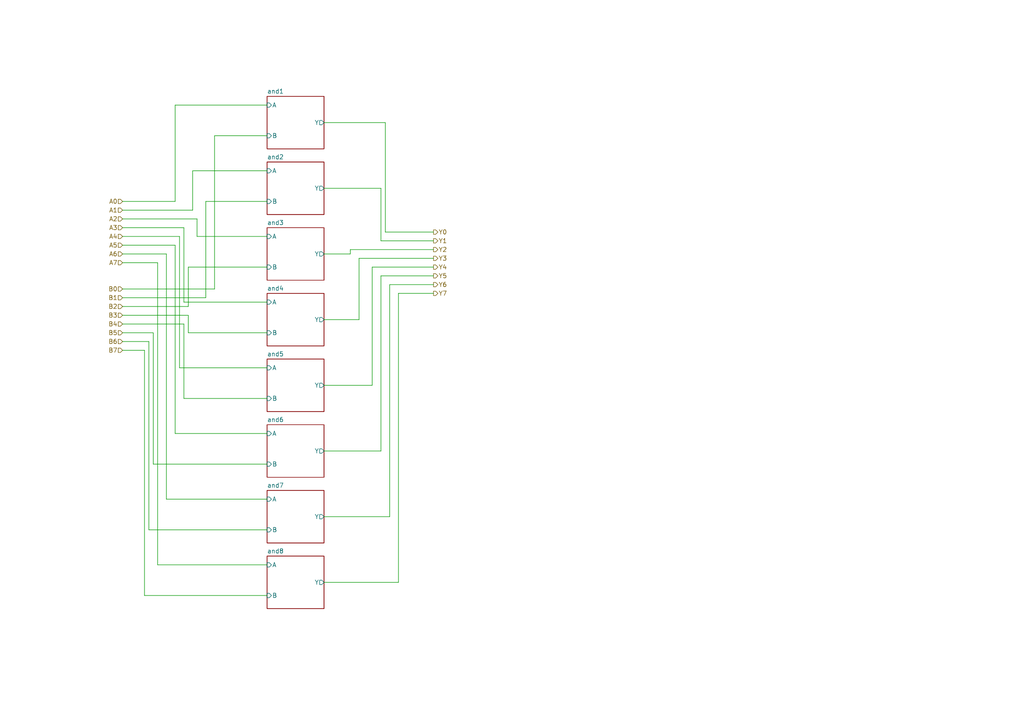
<source format=kicad_sch>
(kicad_sch
	(version 20250114)
	(generator "eeschema")
	(generator_version "9.0")
	(uuid "2ac12284-2aa6-435c-9c53-823b29d5fc40")
	(paper "A4")
	(lib_symbols)
	(wire
		(pts
			(xy 107.95 77.47) (xy 125.73 77.47)
		)
		(stroke
			(width 0)
			(type default)
		)
		(uuid "01645dcf-9294-427b-b325-b910947d2454")
	)
	(wire
		(pts
			(xy 35.56 91.44) (xy 54.61 91.44)
		)
		(stroke
			(width 0)
			(type default)
		)
		(uuid "027ed486-bcc1-4ce2-8755-1221c13336d1")
	)
	(wire
		(pts
			(xy 93.98 168.91) (xy 115.57 168.91)
		)
		(stroke
			(width 0)
			(type default)
		)
		(uuid "034f23d8-c074-4bbb-8b4f-4756e778ba89")
	)
	(wire
		(pts
			(xy 53.34 93.98) (xy 53.34 115.57)
		)
		(stroke
			(width 0)
			(type default)
		)
		(uuid "044619ca-3666-4ddc-8a57-a93332488863")
	)
	(wire
		(pts
			(xy 93.98 92.71) (xy 104.14 92.71)
		)
		(stroke
			(width 0)
			(type default)
		)
		(uuid "065a604d-0013-4226-904b-a328730cd274")
	)
	(wire
		(pts
			(xy 111.76 67.31) (xy 125.73 67.31)
		)
		(stroke
			(width 0)
			(type default)
		)
		(uuid "07bc1005-a46d-42ed-85bf-4b86c941b01a")
	)
	(wire
		(pts
			(xy 44.45 134.62) (xy 77.47 134.62)
		)
		(stroke
			(width 0)
			(type default)
		)
		(uuid "089d68eb-d657-4b15-bb6c-d50dbfdd68bc")
	)
	(wire
		(pts
			(xy 52.07 106.68) (xy 77.47 106.68)
		)
		(stroke
			(width 0)
			(type default)
		)
		(uuid "0a715ec0-60a7-453a-b7a3-c0e7ee4dd696")
	)
	(wire
		(pts
			(xy 41.91 172.72) (xy 77.47 172.72)
		)
		(stroke
			(width 0)
			(type default)
		)
		(uuid "15aa627f-ec26-47c7-9260-251bf916c160")
	)
	(wire
		(pts
			(xy 43.18 99.06) (xy 43.18 153.67)
		)
		(stroke
			(width 0)
			(type default)
		)
		(uuid "2294b36e-4b1c-4ebc-a189-de4f5fda4c15")
	)
	(wire
		(pts
			(xy 55.88 49.53) (xy 77.47 49.53)
		)
		(stroke
			(width 0)
			(type default)
		)
		(uuid "2d9c1d4d-cde9-47fd-acdc-902e798edbda")
	)
	(wire
		(pts
			(xy 35.56 71.12) (xy 50.8 71.12)
		)
		(stroke
			(width 0)
			(type default)
		)
		(uuid "30c130b3-372f-4d84-9634-398d8765c0ed")
	)
	(wire
		(pts
			(xy 35.56 86.36) (xy 59.69 86.36)
		)
		(stroke
			(width 0)
			(type default)
		)
		(uuid "36d28c3d-37d9-4f5a-9f92-728acaca63b5")
	)
	(wire
		(pts
			(xy 93.98 149.86) (xy 113.03 149.86)
		)
		(stroke
			(width 0)
			(type default)
		)
		(uuid "37a0086a-74c3-4dd3-9b19-a0f7a041222d")
	)
	(wire
		(pts
			(xy 93.98 54.61) (xy 110.49 54.61)
		)
		(stroke
			(width 0)
			(type default)
		)
		(uuid "37a450f9-6c38-4e4c-8515-743f3aee5806")
	)
	(wire
		(pts
			(xy 35.56 68.58) (xy 52.07 68.58)
		)
		(stroke
			(width 0)
			(type default)
		)
		(uuid "3b2a4030-a25c-4020-b80c-4fd417538232")
	)
	(wire
		(pts
			(xy 35.56 93.98) (xy 53.34 93.98)
		)
		(stroke
			(width 0)
			(type default)
		)
		(uuid "3fff9cb4-c5fb-4e1f-becf-4a31188fc09e")
	)
	(wire
		(pts
			(xy 113.03 149.86) (xy 113.03 82.55)
		)
		(stroke
			(width 0)
			(type default)
		)
		(uuid "42a6042d-9347-4ab9-924b-3cb5f33cd71c")
	)
	(wire
		(pts
			(xy 110.49 69.85) (xy 125.73 69.85)
		)
		(stroke
			(width 0)
			(type default)
		)
		(uuid "433e5920-9add-4dc5-8f03-e69b4f5ca5fe")
	)
	(wire
		(pts
			(xy 45.72 76.2) (xy 45.72 163.83)
		)
		(stroke
			(width 0)
			(type default)
		)
		(uuid "4fcf51d5-d5e3-42d6-9f55-324500667181")
	)
	(wire
		(pts
			(xy 115.57 85.09) (xy 125.73 85.09)
		)
		(stroke
			(width 0)
			(type default)
		)
		(uuid "5572c727-af9c-4e62-8a64-d0f9bafa032c")
	)
	(wire
		(pts
			(xy 101.6 72.39) (xy 125.73 72.39)
		)
		(stroke
			(width 0)
			(type default)
		)
		(uuid "55e64e56-3e04-470e-a1d0-d023548f4554")
	)
	(wire
		(pts
			(xy 55.88 60.96) (xy 55.88 49.53)
		)
		(stroke
			(width 0)
			(type default)
		)
		(uuid "56f93cd6-5897-4834-8a73-08f34f57e465")
	)
	(wire
		(pts
			(xy 41.91 101.6) (xy 41.91 172.72)
		)
		(stroke
			(width 0)
			(type default)
		)
		(uuid "581eca2c-8585-4f90-9183-605ab7efd556")
	)
	(wire
		(pts
			(xy 35.56 60.96) (xy 55.88 60.96)
		)
		(stroke
			(width 0)
			(type default)
		)
		(uuid "5ef3042b-ba6b-4c8b-aa8f-b852a6419a4d")
	)
	(wire
		(pts
			(xy 62.23 39.37) (xy 77.47 39.37)
		)
		(stroke
			(width 0)
			(type default)
		)
		(uuid "5f060bca-3f56-49b8-a6a8-244fad669df8")
	)
	(wire
		(pts
			(xy 93.98 73.66) (xy 101.6 73.66)
		)
		(stroke
			(width 0)
			(type default)
		)
		(uuid "6644bbe7-aa43-43ca-832f-8d0774f8fdab")
	)
	(wire
		(pts
			(xy 48.26 73.66) (xy 48.26 144.78)
		)
		(stroke
			(width 0)
			(type default)
		)
		(uuid "67b7cf04-b7c2-4957-b85a-aa467da6042f")
	)
	(wire
		(pts
			(xy 110.49 80.01) (xy 125.73 80.01)
		)
		(stroke
			(width 0)
			(type default)
		)
		(uuid "6805aee2-219b-487e-be1e-260b95b7036e")
	)
	(wire
		(pts
			(xy 35.56 83.82) (xy 62.23 83.82)
		)
		(stroke
			(width 0)
			(type default)
		)
		(uuid "6b1fc78b-6a9f-42c0-b638-633aa1c846af")
	)
	(wire
		(pts
			(xy 35.56 88.9) (xy 54.61 88.9)
		)
		(stroke
			(width 0)
			(type default)
		)
		(uuid "6d13cbc0-03e0-4768-a1b5-126a8dbd8976")
	)
	(wire
		(pts
			(xy 54.61 96.52) (xy 77.47 96.52)
		)
		(stroke
			(width 0)
			(type default)
		)
		(uuid "6dfb11c7-f3b6-48e8-8c7f-5248408ab643")
	)
	(wire
		(pts
			(xy 57.15 68.58) (xy 77.47 68.58)
		)
		(stroke
			(width 0)
			(type default)
		)
		(uuid "6ec65aac-a67a-417d-aaa1-8b8042b2b81d")
	)
	(wire
		(pts
			(xy 35.56 58.42) (xy 50.8 58.42)
		)
		(stroke
			(width 0)
			(type default)
		)
		(uuid "760d065e-16d3-4365-80a8-b7657908fc97")
	)
	(wire
		(pts
			(xy 62.23 83.82) (xy 62.23 39.37)
		)
		(stroke
			(width 0)
			(type default)
		)
		(uuid "7970e10c-6c34-4444-bf8a-93f033a6d5c2")
	)
	(wire
		(pts
			(xy 104.14 92.71) (xy 104.14 74.93)
		)
		(stroke
			(width 0)
			(type default)
		)
		(uuid "7b134d55-a592-40eb-a090-d6b750e3557f")
	)
	(wire
		(pts
			(xy 93.98 35.56) (xy 111.76 35.56)
		)
		(stroke
			(width 0)
			(type default)
		)
		(uuid "8233230f-bd91-4714-b8f7-c8e267868aeb")
	)
	(wire
		(pts
			(xy 104.14 74.93) (xy 125.73 74.93)
		)
		(stroke
			(width 0)
			(type default)
		)
		(uuid "84bbb621-f94b-4385-b13e-db4b196c08dc")
	)
	(wire
		(pts
			(xy 50.8 71.12) (xy 50.8 125.73)
		)
		(stroke
			(width 0)
			(type default)
		)
		(uuid "8588e099-17ce-4035-8919-f966436884e7")
	)
	(wire
		(pts
			(xy 43.18 153.67) (xy 77.47 153.67)
		)
		(stroke
			(width 0)
			(type default)
		)
		(uuid "8a46122c-a261-438c-b5da-b50d5b2441af")
	)
	(wire
		(pts
			(xy 35.56 73.66) (xy 48.26 73.66)
		)
		(stroke
			(width 0)
			(type default)
		)
		(uuid "93c3aa4d-6916-4d65-bc15-452645ef1355")
	)
	(wire
		(pts
			(xy 53.34 66.04) (xy 53.34 87.63)
		)
		(stroke
			(width 0)
			(type default)
		)
		(uuid "981b05c8-6385-42d6-a68d-16f4528811cd")
	)
	(wire
		(pts
			(xy 59.69 86.36) (xy 59.69 58.42)
		)
		(stroke
			(width 0)
			(type default)
		)
		(uuid "9915df5d-c016-4fd2-8381-fc1410fa0522")
	)
	(wire
		(pts
			(xy 35.56 63.5) (xy 57.15 63.5)
		)
		(stroke
			(width 0)
			(type default)
		)
		(uuid "9c0c5d2a-819b-4e6a-ba78-d95fd384694e")
	)
	(wire
		(pts
			(xy 53.34 115.57) (xy 77.47 115.57)
		)
		(stroke
			(width 0)
			(type default)
		)
		(uuid "9caba59d-5bbb-46e6-a194-77a11129798f")
	)
	(wire
		(pts
			(xy 111.76 35.56) (xy 111.76 67.31)
		)
		(stroke
			(width 0)
			(type default)
		)
		(uuid "9d326c8f-e0b6-4dc0-a804-f9a7b8712765")
	)
	(wire
		(pts
			(xy 54.61 77.47) (xy 77.47 77.47)
		)
		(stroke
			(width 0)
			(type default)
		)
		(uuid "a6ef2a5a-1c91-402f-8361-88101d50202a")
	)
	(wire
		(pts
			(xy 35.56 101.6) (xy 41.91 101.6)
		)
		(stroke
			(width 0)
			(type default)
		)
		(uuid "a6fab4f8-182a-4887-bfed-be806208e859")
	)
	(wire
		(pts
			(xy 44.45 96.52) (xy 44.45 134.62)
		)
		(stroke
			(width 0)
			(type default)
		)
		(uuid "a8b83df1-fe50-49a8-b871-fb2603503012")
	)
	(wire
		(pts
			(xy 35.56 96.52) (xy 44.45 96.52)
		)
		(stroke
			(width 0)
			(type default)
		)
		(uuid "aa2a6a7e-c454-47d9-8ded-416a7779e98f")
	)
	(wire
		(pts
			(xy 54.61 88.9) (xy 54.61 77.47)
		)
		(stroke
			(width 0)
			(type default)
		)
		(uuid "af52c669-ddd8-4018-8134-a4c67960d573")
	)
	(wire
		(pts
			(xy 115.57 168.91) (xy 115.57 85.09)
		)
		(stroke
			(width 0)
			(type default)
		)
		(uuid "afa62dc7-1211-4c80-a9a7-651d539c7b08")
	)
	(wire
		(pts
			(xy 57.15 63.5) (xy 57.15 68.58)
		)
		(stroke
			(width 0)
			(type default)
		)
		(uuid "b0226ca8-0cf2-46ae-8510-c2502efbe38b")
	)
	(wire
		(pts
			(xy 93.98 111.76) (xy 107.95 111.76)
		)
		(stroke
			(width 0)
			(type default)
		)
		(uuid "b1dafe66-6441-4a41-a7b1-2c8ef89bfddc")
	)
	(wire
		(pts
			(xy 35.56 76.2) (xy 45.72 76.2)
		)
		(stroke
			(width 0)
			(type default)
		)
		(uuid "b3e58ee5-e351-44bd-9e44-455cc95f7af4")
	)
	(wire
		(pts
			(xy 50.8 58.42) (xy 50.8 30.48)
		)
		(stroke
			(width 0)
			(type default)
		)
		(uuid "b4f02259-fd03-4b43-ac24-f3e2526d48dc")
	)
	(wire
		(pts
			(xy 113.03 82.55) (xy 125.73 82.55)
		)
		(stroke
			(width 0)
			(type default)
		)
		(uuid "c1c01090-4463-449f-ad88-95f42eb182a2")
	)
	(wire
		(pts
			(xy 107.95 111.76) (xy 107.95 77.47)
		)
		(stroke
			(width 0)
			(type default)
		)
		(uuid "c3988d46-42fb-44e0-9e3a-4a089ecf7d2d")
	)
	(wire
		(pts
			(xy 110.49 54.61) (xy 110.49 69.85)
		)
		(stroke
			(width 0)
			(type default)
		)
		(uuid "c4e9d19a-52ce-4139-abb0-22d69465d09f")
	)
	(wire
		(pts
			(xy 53.34 87.63) (xy 77.47 87.63)
		)
		(stroke
			(width 0)
			(type default)
		)
		(uuid "c82ae6da-d256-405b-8fb5-4360f1a9a57a")
	)
	(wire
		(pts
			(xy 50.8 30.48) (xy 77.47 30.48)
		)
		(stroke
			(width 0)
			(type default)
		)
		(uuid "ca8b1a5b-7e88-48f8-a0da-94bdb1a7f3fa")
	)
	(wire
		(pts
			(xy 110.49 130.81) (xy 110.49 80.01)
		)
		(stroke
			(width 0)
			(type default)
		)
		(uuid "cec68363-f0a7-4564-9534-bad9f1b962db")
	)
	(wire
		(pts
			(xy 45.72 163.83) (xy 77.47 163.83)
		)
		(stroke
			(width 0)
			(type default)
		)
		(uuid "cf2cb94c-85c9-4d0a-b91f-6f10530b7ae4")
	)
	(wire
		(pts
			(xy 52.07 68.58) (xy 52.07 106.68)
		)
		(stroke
			(width 0)
			(type default)
		)
		(uuid "d3babf3f-8281-4de7-a8b0-f2aba58eb53b")
	)
	(wire
		(pts
			(xy 54.61 91.44) (xy 54.61 96.52)
		)
		(stroke
			(width 0)
			(type default)
		)
		(uuid "d404ae35-5a9b-4afb-9fd8-29916d63c529")
	)
	(wire
		(pts
			(xy 59.69 58.42) (xy 77.47 58.42)
		)
		(stroke
			(width 0)
			(type default)
		)
		(uuid "d9df39fc-085d-48b1-9407-c9d9c53b7edc")
	)
	(wire
		(pts
			(xy 35.56 66.04) (xy 53.34 66.04)
		)
		(stroke
			(width 0)
			(type default)
		)
		(uuid "da44d5e6-213d-47ad-acfc-905ed5d446c4")
	)
	(wire
		(pts
			(xy 93.98 130.81) (xy 110.49 130.81)
		)
		(stroke
			(width 0)
			(type default)
		)
		(uuid "dac652d5-591c-4d76-852e-8d3279aa4039")
	)
	(wire
		(pts
			(xy 101.6 73.66) (xy 101.6 72.39)
		)
		(stroke
			(width 0)
			(type default)
		)
		(uuid "e7744cf6-5d1a-4dd4-9698-33b373ac6488")
	)
	(wire
		(pts
			(xy 48.26 144.78) (xy 77.47 144.78)
		)
		(stroke
			(width 0)
			(type default)
		)
		(uuid "eba0ca00-3ea2-4e47-9045-d619c1d6008c")
	)
	(wire
		(pts
			(xy 50.8 125.73) (xy 77.47 125.73)
		)
		(stroke
			(width 0)
			(type default)
		)
		(uuid "f15cb222-f744-4264-a938-be994f3069ab")
	)
	(wire
		(pts
			(xy 35.56 99.06) (xy 43.18 99.06)
		)
		(stroke
			(width 0)
			(type default)
		)
		(uuid "f25fae60-571c-4fa4-a8bd-82a3fff60cd5")
	)
	(hierarchical_label "B0"
		(shape input)
		(at 35.56 83.82 180)
		(effects
			(font
				(size 1.27 1.27)
			)
			(justify right)
		)
		(uuid "101c62cf-c149-4752-af7a-5490cc776191")
	)
	(hierarchical_label "B5"
		(shape input)
		(at 35.56 96.52 180)
		(effects
			(font
				(size 1.27 1.27)
			)
			(justify right)
		)
		(uuid "13b66f51-edda-40b0-b63f-2b26e568ea3d")
	)
	(hierarchical_label "B1"
		(shape input)
		(at 35.56 86.36 180)
		(effects
			(font
				(size 1.27 1.27)
			)
			(justify right)
		)
		(uuid "30e8a3fa-5320-4a32-a105-ba9860a79cbb")
	)
	(hierarchical_label "Y3"
		(shape output)
		(at 125.73 74.93 0)
		(effects
			(font
				(size 1.27 1.27)
			)
			(justify left)
		)
		(uuid "3605b2e2-6d1e-4ea2-b97d-b461305f0f18")
	)
	(hierarchical_label "Y4"
		(shape output)
		(at 125.73 77.47 0)
		(effects
			(font
				(size 1.27 1.27)
			)
			(justify left)
		)
		(uuid "3d6f30b7-de0f-4790-9a3d-db9f3fd1e50d")
	)
	(hierarchical_label "Y2"
		(shape output)
		(at 125.73 72.39 0)
		(effects
			(font
				(size 1.27 1.27)
			)
			(justify left)
		)
		(uuid "3f1a6d1c-6761-41b8-a515-a8a103cf02f0")
	)
	(hierarchical_label "A7"
		(shape input)
		(at 35.56 76.2 180)
		(effects
			(font
				(size 1.27 1.27)
			)
			(justify right)
		)
		(uuid "470ec221-3977-4d9b-a57e-b41f7b5cd865")
	)
	(hierarchical_label "A0"
		(shape input)
		(at 35.56 58.42 180)
		(effects
			(font
				(size 1.27 1.27)
			)
			(justify right)
		)
		(uuid "53365d45-140a-44c3-82e2-f016d4c3408e")
	)
	(hierarchical_label "A4"
		(shape input)
		(at 35.56 68.58 180)
		(effects
			(font
				(size 1.27 1.27)
			)
			(justify right)
		)
		(uuid "63b01ba7-95aa-4d42-80d8-0d303821a145")
	)
	(hierarchical_label "A6"
		(shape input)
		(at 35.56 73.66 180)
		(effects
			(font
				(size 1.27 1.27)
			)
			(justify right)
		)
		(uuid "80434236-e8a1-4e2d-b80b-da9feec5af86")
	)
	(hierarchical_label "A3"
		(shape input)
		(at 35.56 66.04 180)
		(effects
			(font
				(size 1.27 1.27)
			)
			(justify right)
		)
		(uuid "8acfdf81-147a-4e91-a03a-d93feae00d5b")
	)
	(hierarchical_label "Y0"
		(shape output)
		(at 125.73 67.31 0)
		(effects
			(font
				(size 1.27 1.27)
			)
			(justify left)
		)
		(uuid "8eac54cc-ba2a-4da3-bc09-ed78a61796a4")
	)
	(hierarchical_label "Y1"
		(shape output)
		(at 125.73 69.85 0)
		(effects
			(font
				(size 1.27 1.27)
			)
			(justify left)
		)
		(uuid "9f25b1be-eec0-4ad6-9e37-f8fabec8a41e")
	)
	(hierarchical_label "B7"
		(shape input)
		(at 35.56 101.6 180)
		(effects
			(font
				(size 1.27 1.27)
			)
			(justify right)
		)
		(uuid "9f29ac55-88fe-4e5e-b290-db4e6d048495")
	)
	(hierarchical_label "A5"
		(shape input)
		(at 35.56 71.12 180)
		(effects
			(font
				(size 1.27 1.27)
			)
			(justify right)
		)
		(uuid "a287de3c-69ea-4343-8cad-f6d5e6c70069")
	)
	(hierarchical_label "Y7"
		(shape output)
		(at 125.73 85.09 0)
		(effects
			(font
				(size 1.27 1.27)
			)
			(justify left)
		)
		(uuid "a33d6b04-2ca9-4073-8fa1-42dfc1f5fa65")
	)
	(hierarchical_label "Y6"
		(shape output)
		(at 125.73 82.55 0)
		(effects
			(font
				(size 1.27 1.27)
			)
			(justify left)
		)
		(uuid "b9b535c8-af83-440e-9962-0e5c5b987388")
	)
	(hierarchical_label "B4"
		(shape input)
		(at 35.56 93.98 180)
		(effects
			(font
				(size 1.27 1.27)
			)
			(justify right)
		)
		(uuid "bbbbcc3a-c06f-4fd2-be3d-8d6eaa1dbcef")
	)
	(hierarchical_label "A2"
		(shape input)
		(at 35.56 63.5 180)
		(effects
			(font
				(size 1.27 1.27)
			)
			(justify right)
		)
		(uuid "bc6706ca-1395-44e5-8f55-94fbe4106bc7")
	)
	(hierarchical_label "B6"
		(shape input)
		(at 35.56 99.06 180)
		(effects
			(font
				(size 1.27 1.27)
			)
			(justify right)
		)
		(uuid "c0a688c5-6ca4-4c57-bf58-75cf7c4004d4")
	)
	(hierarchical_label "B3"
		(shape input)
		(at 35.56 91.44 180)
		(effects
			(font
				(size 1.27 1.27)
			)
			(justify right)
		)
		(uuid "c5ce0f7b-97f8-4d6c-87b0-6f40356cc363")
	)
	(hierarchical_label "B2"
		(shape input)
		(at 35.56 88.9 180)
		(effects
			(font
				(size 1.27 1.27)
			)
			(justify right)
		)
		(uuid "cad76eb2-cfe7-4af7-91a5-99915b089bd1")
	)
	(hierarchical_label "A1"
		(shape input)
		(at 35.56 60.96 180)
		(effects
			(font
				(size 1.27 1.27)
			)
			(justify right)
		)
		(uuid "d42b68c7-d31f-44cd-b7bc-d754ce12856f")
	)
	(hierarchical_label "Y5"
		(shape output)
		(at 125.73 80.01 0)
		(effects
			(font
				(size 1.27 1.27)
			)
			(justify left)
		)
		(uuid "e3455423-d55d-4c7c-8559-1025a49ab02c")
	)
	(sheet
		(at 77.47 161.29)
		(size 16.51 15.24)
		(exclude_from_sim no)
		(in_bom yes)
		(on_board yes)
		(dnp no)
		(fields_autoplaced yes)
		(stroke
			(width 0.1524)
			(type solid)
		)
		(fill
			(color 0 0 0 0.0000)
		)
		(uuid "0adbfd24-3d40-4ff5-9bf0-798f51f1fc2d")
		(property "Sheetname" "and8"
			(at 77.47 160.5784 0)
			(effects
				(font
					(size 1.27 1.27)
				)
				(justify left bottom)
			)
		)
		(property "Sheetfile" "../gate_and_2in/gate_and_2in.kicad_sch"
			(at 77.47 177.1146 0)
			(effects
				(font
					(size 1.27 1.27)
				)
				(justify left top)
				(hide yes)
			)
		)
		(pin "Y" output
			(at 93.98 168.91 0)
			(uuid "8b3eeee1-411f-4971-9181-5b3f2222d7f6")
			(effects
				(font
					(size 1.27 1.27)
				)
				(justify right)
			)
		)
		(pin "B" input
			(at 77.47 172.72 180)
			(uuid "0306c5f1-e9bd-4958-a56a-9f5acdc789c2")
			(effects
				(font
					(size 1.27 1.27)
				)
				(justify left)
			)
		)
		(pin "A" input
			(at 77.47 163.83 180)
			(uuid "a91e2d6a-ea3b-40f9-93ff-00acd4f84b28")
			(effects
				(font
					(size 1.27 1.27)
				)
				(justify left)
			)
		)
		(instances
			(project "gate_and_2in_8bit"
				(path "/2ac12284-2aa6-435c-9c53-823b29d5fc40"
					(page "8")
				)
			)
		)
	)
	(sheet
		(at 77.47 123.19)
		(size 16.51 15.24)
		(exclude_from_sim no)
		(in_bom yes)
		(on_board yes)
		(dnp no)
		(fields_autoplaced yes)
		(stroke
			(width 0.1524)
			(type solid)
		)
		(fill
			(color 0 0 0 0.0000)
		)
		(uuid "2398a104-e9cf-4d14-bfd0-af6d4f290f53")
		(property "Sheetname" "and6"
			(at 77.47 122.4784 0)
			(effects
				(font
					(size 1.27 1.27)
				)
				(justify left bottom)
			)
		)
		(property "Sheetfile" "../gate_and_2in/gate_and_2in.kicad_sch"
			(at 77.47 139.0146 0)
			(effects
				(font
					(size 1.27 1.27)
				)
				(justify left top)
				(hide yes)
			)
		)
		(pin "Y" output
			(at 93.98 130.81 0)
			(uuid "2ef55321-425a-4ac3-b0ba-c69d81ecb119")
			(effects
				(font
					(size 1.27 1.27)
				)
				(justify right)
			)
		)
		(pin "B" input
			(at 77.47 134.62 180)
			(uuid "ac40c2fc-cb32-4475-8c73-9f50b85042b8")
			(effects
				(font
					(size 1.27 1.27)
				)
				(justify left)
			)
		)
		(pin "A" input
			(at 77.47 125.73 180)
			(uuid "acfc396a-6ab7-4fe2-8f78-5a5e092443f4")
			(effects
				(font
					(size 1.27 1.27)
				)
				(justify left)
			)
		)
		(instances
			(project "gate_and_2in_8bit"
				(path "/2ac12284-2aa6-435c-9c53-823b29d5fc40"
					(page "6")
				)
			)
		)
	)
	(sheet
		(at 77.47 27.94)
		(size 16.51 15.24)
		(exclude_from_sim no)
		(in_bom yes)
		(on_board yes)
		(dnp no)
		(fields_autoplaced yes)
		(stroke
			(width 0.1524)
			(type solid)
		)
		(fill
			(color 0 0 0 0.0000)
		)
		(uuid "25a063cc-0c4c-4a0b-a8e6-0a009e9bcf9d")
		(property "Sheetname" "and1"
			(at 77.47 27.2284 0)
			(effects
				(font
					(size 1.27 1.27)
				)
				(justify left bottom)
			)
		)
		(property "Sheetfile" "../gate_and_2in/gate_and_2in.kicad_sch"
			(at 77.47 43.7646 0)
			(effects
				(font
					(size 1.27 1.27)
				)
				(justify left top)
				(hide yes)
			)
		)
		(pin "Y" output
			(at 93.98 35.56 0)
			(uuid "2412cce4-bfc4-4a75-9e23-32db6d028662")
			(effects
				(font
					(size 1.27 1.27)
				)
				(justify right)
			)
		)
		(pin "B" input
			(at 77.47 39.37 180)
			(uuid "6d5568d9-9a89-49ef-aed3-bf908d355633")
			(effects
				(font
					(size 1.27 1.27)
				)
				(justify left)
			)
		)
		(pin "A" input
			(at 77.47 30.48 180)
			(uuid "99e56f77-f37e-4edb-85c4-976af6210cb7")
			(effects
				(font
					(size 1.27 1.27)
				)
				(justify left)
			)
		)
		(instances
			(project "gate_and_2in_8bit"
				(path "/2ac12284-2aa6-435c-9c53-823b29d5fc40"
					(page "2")
				)
			)
			(project ""
				(path "/00aacb83-8589-458a-a308-b93af70a93bf"
					(page "#")
				)
			)
			(project "master-alu"
				(path "/3aacef8e-e4d9-474c-bbb9-dab5749c488a/00aacb83-8589-458a-a308-b93af70a93bf"
					(page "30")
				)
			)
		)
	)
	(sheet
		(at 77.47 66.04)
		(size 16.51 15.24)
		(exclude_from_sim no)
		(in_bom yes)
		(on_board yes)
		(dnp no)
		(fields_autoplaced yes)
		(stroke
			(width 0.1524)
			(type solid)
		)
		(fill
			(color 0 0 0 0.0000)
		)
		(uuid "32fd634e-c794-4c79-8867-b511ba8b0e74")
		(property "Sheetname" "and3"
			(at 77.47 65.3284 0)
			(effects
				(font
					(size 1.27 1.27)
				)
				(justify left bottom)
			)
		)
		(property "Sheetfile" "../gate_and_2in/gate_and_2in.kicad_sch"
			(at 77.47 81.8646 0)
			(effects
				(font
					(size 1.27 1.27)
				)
				(justify left top)
				(hide yes)
			)
		)
		(pin "Y" output
			(at 93.98 73.66 0)
			(uuid "ce1092a9-3739-4f2e-b744-850992248916")
			(effects
				(font
					(size 1.27 1.27)
				)
				(justify right)
			)
		)
		(pin "B" input
			(at 77.47 77.47 180)
			(uuid "11f7c24e-9785-45d0-9141-a9bd9b9730c9")
			(effects
				(font
					(size 1.27 1.27)
				)
				(justify left)
			)
		)
		(pin "A" input
			(at 77.47 68.58 180)
			(uuid "3ef8332d-0ccd-4a1c-a0d8-0ae8483a8f36")
			(effects
				(font
					(size 1.27 1.27)
				)
				(justify left)
			)
		)
		(instances
			(project "gate_and_2in_8bit"
				(path "/2ac12284-2aa6-435c-9c53-823b29d5fc40"
					(page "3")
				)
			)
		)
	)
	(sheet
		(at 77.47 85.09)
		(size 16.51 15.24)
		(exclude_from_sim no)
		(in_bom yes)
		(on_board yes)
		(dnp no)
		(fields_autoplaced yes)
		(stroke
			(width 0.1524)
			(type solid)
		)
		(fill
			(color 0 0 0 0.0000)
		)
		(uuid "5f3e861f-6d6f-454a-9ed5-2c2ecafdab02")
		(property "Sheetname" "and4"
			(at 77.47 84.3784 0)
			(effects
				(font
					(size 1.27 1.27)
				)
				(justify left bottom)
			)
		)
		(property "Sheetfile" "../gate_and_2in/gate_and_2in.kicad_sch"
			(at 77.47 100.9146 0)
			(effects
				(font
					(size 1.27 1.27)
				)
				(justify left top)
				(hide yes)
			)
		)
		(pin "Y" output
			(at 93.98 92.71 0)
			(uuid "c469e6ee-aba8-4138-ae3a-7b426c02da76")
			(effects
				(font
					(size 1.27 1.27)
				)
				(justify right)
			)
		)
		(pin "B" input
			(at 77.47 96.52 180)
			(uuid "e6e85c64-caf1-43d1-9a88-7a982d3c98cc")
			(effects
				(font
					(size 1.27 1.27)
				)
				(justify left)
			)
		)
		(pin "A" input
			(at 77.47 87.63 180)
			(uuid "ea04b88f-b0ed-49db-8fd7-1b521e5b30fd")
			(effects
				(font
					(size 1.27 1.27)
				)
				(justify left)
			)
		)
		(instances
			(project "gate_and_2in_8bit"
				(path "/2ac12284-2aa6-435c-9c53-823b29d5fc40"
					(page "4")
				)
			)
		)
	)
	(sheet
		(at 77.47 142.24)
		(size 16.51 15.24)
		(exclude_from_sim no)
		(in_bom yes)
		(on_board yes)
		(dnp no)
		(fields_autoplaced yes)
		(stroke
			(width 0.1524)
			(type solid)
		)
		(fill
			(color 0 0 0 0.0000)
		)
		(uuid "963d7e1c-33c1-4eb6-bb82-db1687a3abaa")
		(property "Sheetname" "and7"
			(at 77.47 141.5284 0)
			(effects
				(font
					(size 1.27 1.27)
				)
				(justify left bottom)
			)
		)
		(property "Sheetfile" "../gate_and_2in/gate_and_2in.kicad_sch"
			(at 77.47 158.0646 0)
			(effects
				(font
					(size 1.27 1.27)
				)
				(justify left top)
				(hide yes)
			)
		)
		(pin "Y" output
			(at 93.98 149.86 0)
			(uuid "5ce3f6a2-4a08-49ad-96b3-4217b4a109f5")
			(effects
				(font
					(size 1.27 1.27)
				)
				(justify right)
			)
		)
		(pin "B" input
			(at 77.47 153.67 180)
			(uuid "2cbe3ae1-62e1-4ef4-a738-2133ecd13333")
			(effects
				(font
					(size 1.27 1.27)
				)
				(justify left)
			)
		)
		(pin "A" input
			(at 77.47 144.78 180)
			(uuid "9c60d684-8016-4793-b3dd-36f356e07f22")
			(effects
				(font
					(size 1.27 1.27)
				)
				(justify left)
			)
		)
		(instances
			(project "gate_and_2in_8bit"
				(path "/2ac12284-2aa6-435c-9c53-823b29d5fc40"
					(page "7")
				)
			)
		)
	)
	(sheet
		(at 77.47 46.99)
		(size 16.51 15.24)
		(exclude_from_sim no)
		(in_bom yes)
		(on_board yes)
		(dnp no)
		(fields_autoplaced yes)
		(stroke
			(width 0.1524)
			(type solid)
		)
		(fill
			(color 0 0 0 0.0000)
		)
		(uuid "a5d80081-9ac7-431d-a17f-f13e6cb65096")
		(property "Sheetname" "and2"
			(at 77.47 46.2784 0)
			(effects
				(font
					(size 1.27 1.27)
				)
				(justify left bottom)
			)
		)
		(property "Sheetfile" "../gate_and_2in/gate_and_2in.kicad_sch"
			(at 77.47 62.8146 0)
			(effects
				(font
					(size 1.27 1.27)
				)
				(justify left top)
				(hide yes)
			)
		)
		(pin "Y" output
			(at 93.98 54.61 0)
			(uuid "0b5f3cfd-ee56-4eb1-9838-d810482f2309")
			(effects
				(font
					(size 1.27 1.27)
				)
				(justify right)
			)
		)
		(pin "B" input
			(at 77.47 58.42 180)
			(uuid "0796284d-dfd2-45f1-adf9-9fbcf40fb6a8")
			(effects
				(font
					(size 1.27 1.27)
				)
				(justify left)
			)
		)
		(pin "A" input
			(at 77.47 49.53 180)
			(uuid "f4f7c9fd-0870-4440-a52e-295cf9c0f17a")
			(effects
				(font
					(size 1.27 1.27)
				)
				(justify left)
			)
		)
		(instances
			(project "gate_and_2in_8bit"
				(path "/2ac12284-2aa6-435c-9c53-823b29d5fc40"
					(page "1")
				)
			)
		)
	)
	(sheet
		(at 77.47 104.14)
		(size 16.51 15.24)
		(exclude_from_sim no)
		(in_bom yes)
		(on_board yes)
		(dnp no)
		(fields_autoplaced yes)
		(stroke
			(width 0.1524)
			(type solid)
		)
		(fill
			(color 0 0 0 0.0000)
		)
		(uuid "cf885ae0-df36-4c33-ac9e-1f1bf19cbbd2")
		(property "Sheetname" "and5"
			(at 77.47 103.4284 0)
			(effects
				(font
					(size 1.27 1.27)
				)
				(justify left bottom)
			)
		)
		(property "Sheetfile" "../gate_and_2in/gate_and_2in.kicad_sch"
			(at 77.47 119.9646 0)
			(effects
				(font
					(size 1.27 1.27)
				)
				(justify left top)
				(hide yes)
			)
		)
		(pin "Y" output
			(at 93.98 111.76 0)
			(uuid "9ff76459-c0ac-4b84-8cde-ad60c95b4f55")
			(effects
				(font
					(size 1.27 1.27)
				)
				(justify right)
			)
		)
		(pin "B" input
			(at 77.47 115.57 180)
			(uuid "fb37dd63-16b0-44c0-9253-8eafc772edd2")
			(effects
				(font
					(size 1.27 1.27)
				)
				(justify left)
			)
		)
		(pin "A" input
			(at 77.47 106.68 180)
			(uuid "5b6d4137-9d96-4e1f-8157-50806122f461")
			(effects
				(font
					(size 1.27 1.27)
				)
				(justify left)
			)
		)
		(instances
			(project "gate_and_2in_8bit"
				(path "/2ac12284-2aa6-435c-9c53-823b29d5fc40"
					(page "5")
				)
			)
		)
	)
)

</source>
